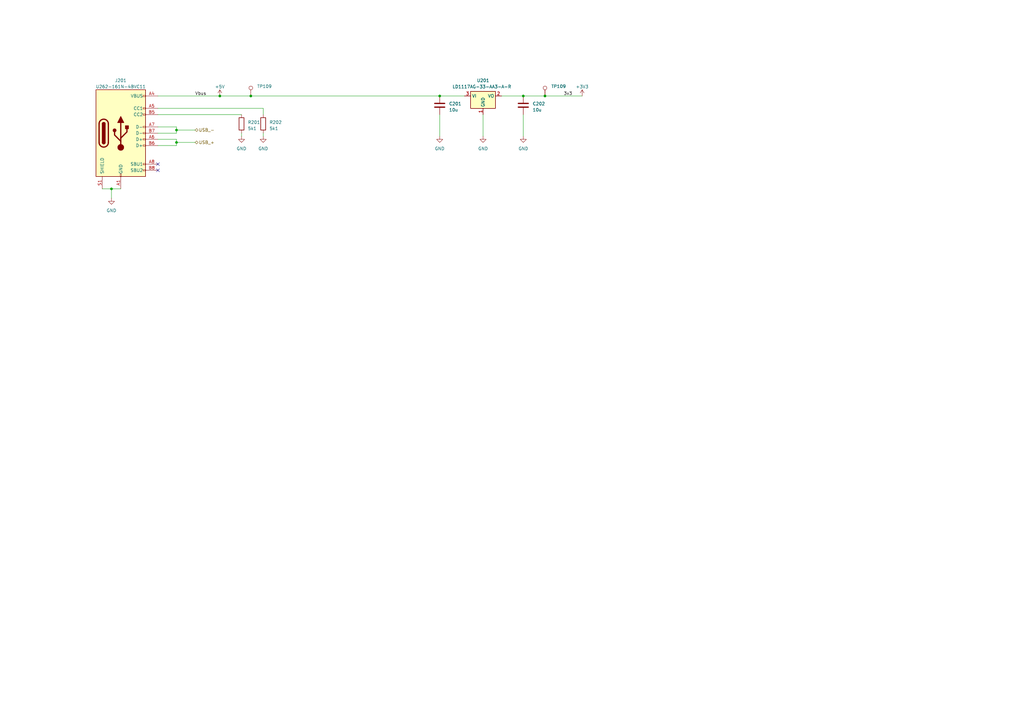
<source format=kicad_sch>
(kicad_sch (version 20230121) (generator eeschema)
  (paper "A3")
  (title_block (title "Tanuki-Ext") (date "2023-04-18") (rev "R01") (company "Seth"))
  (lib_symbols
    (symbol "Connector:TestPoint" (pin_numbers hide) (pin_names (offset 0.762) hide)
      (property "Reference" "TP" (at 0 6.858 0))
      (property "Value" "TestPoint" (at 0 5.08 0))
      (symbol "TestPoint_0_1"
        (circle (center 0 3.302) (radius 0.762))
      )
      (symbol "TestPoint_1_1"
        (pin passive line (at 0 0 90) (length 2.54) (name "1") (number "1"))
      )
    )
    (symbol "Connector:USB_C_Receptacle_USB2.0" (pin_names (offset 1.016))
      (property "Reference" "J" (at -10.16 19.05 0))
      (property "Value" "USB_C_Receptacle_USB2.0" (at 19.05 19.05 0))
      (symbol "USB_C_Receptacle_USB2.0_0_0"
        (rectangle (start -0.254 -17.78) (end 0.254 -16.764))
        (rectangle (start 10.16 -14.986) (end 9.144 -15.494))
        (rectangle (start 10.16 -12.446) (end 9.144 -12.954))
        (rectangle (start 10.16 -4.826) (end 9.144 -5.334))
        (rectangle (start 10.16 -2.286) (end 9.144 -2.794))
        (rectangle (start 10.16 0.254) (end 9.144 -0.254))
        (rectangle (start 10.16 2.794) (end 9.144 2.286))
        (rectangle (start 10.16 7.874) (end 9.144 7.366))
        (rectangle (start 10.16 10.414) (end 9.144 9.906))
        (rectangle (start 10.16 15.494) (end 9.144 14.986))
      )
      (symbol "USB_C_Receptacle_USB2.0_0_1"
        (rectangle (start -10.16 17.78) (end 10.16 -17.78) (stroke (width 0.254)) (fill (type background)))
        (arc (start -8.89 -3.81) (mid -6.985 -5.7067) (end -5.08 -3.81) (stroke (width 0.508)))
        (arc (start -7.62 -3.81) (mid -6.985 -4.4423) (end -6.35 -3.81) (stroke (width 0.254)))
        (arc (start -7.62 -3.81) (mid -6.985 -4.4423) (end -6.35 -3.81) (stroke (width 0.254)) (fill (type outline)))
        (rectangle (start -7.62 -3.81) (end -6.35 3.81) (stroke (width 0.254)) (fill (type outline)))
        (arc (start -6.35 3.81) (mid -6.985 4.4423) (end -7.62 3.81) (stroke (width 0.254)))
        (arc (start -6.35 3.81) (mid -6.985 4.4423) (end -7.62 3.81) (stroke (width 0.254)) (fill (type outline)))
        (arc (start -5.08 3.81) (mid -6.985 5.7067) (end -8.89 3.81) (stroke (width 0.508)))
        (circle (center -2.54 1.143) (radius 0.635) (stroke (width 0.254)) (fill (type outline)))
        (circle (center 0 -5.842) (radius 1.27) (fill (type outline)))
        (polyline (pts (xy -8.89 -3.81) (xy -8.89 3.81)) (stroke (width 0.508)))
        (polyline (pts (xy -5.08 3.81) (xy -5.08 -3.81)) (stroke (width 0.508)))
        (polyline (pts (xy 0 -5.842) (xy 0 4.318)) (stroke (width 0.508)))
        (polyline (pts (xy 0 -3.302) (xy -2.54 -0.762) (xy -2.54 0.508)) (stroke (width 0.508)))
        (polyline (pts (xy 0 -2.032) (xy 2.54 0.508) (xy 2.54 1.778)) (stroke (width 0.508)))
        (polyline (pts (xy -1.27 4.318) (xy 0 6.858) (xy 1.27 4.318) (xy -1.27 4.318)) (stroke (width 0.254)) (fill (type outline)))
        (rectangle (start 1.905 1.778) (end 3.175 3.048) (stroke (width 0.254)) (fill (type outline)))
      )
      (symbol "USB_C_Receptacle_USB2.0_1_1"
        (pin passive line (at 0 -22.86 90) (length 5.08) (name "GND") (number "A1"))
        (pin passive line (at 0 -22.86 90) (length 5.08) hide (name "GND") (number "A12"))
        (pin passive line (at 15.24 15.24 180) (length 5.08) (name "VBUS") (number "A4"))
        (pin bidirectional line (at 15.24 10.16 180) (length 5.08) (name "CC1") (number "A5"))
        (pin bidirectional line (at 15.24 -2.54 180) (length 5.08) (name "D+") (number "A6"))
        (pin bidirectional line (at 15.24 2.54 180) (length 5.08) (name "D-") (number "A7"))
        (pin bidirectional line (at 15.24 -12.7 180) (length 5.08) (name "SBU1") (number "A8"))
        (pin passive line (at 15.24 15.24 180) (length 5.08) hide (name "VBUS") (number "A9"))
        (pin passive line (at 0 -22.86 90) (length 5.08) hide (name "GND") (number "B1"))
        (pin passive line (at 0 -22.86 90) (length 5.08) hide (name "GND") (number "B12"))
        (pin passive line (at 15.24 15.24 180) (length 5.08) hide (name "VBUS") (number "B4"))
        (pin bidirectional line (at 15.24 7.62 180) (length 5.08) (name "CC2") (number "B5"))
        (pin bidirectional line (at 15.24 -5.08 180) (length 5.08) (name "D+") (number "B6"))
        (pin bidirectional line (at 15.24 0 180) (length 5.08) (name "D-") (number "B7"))
        (pin bidirectional line (at 15.24 -15.24 180) (length 5.08) (name "SBU2") (number "B8"))
        (pin passive line (at 15.24 15.24 180) (length 5.08) hide (name "VBUS") (number "B9"))
        (pin passive line (at -7.62 -22.86 90) (length 5.08) (name "SHIELD") (number "S1"))
      )
    )
    (symbol "Device:C" (pin_numbers hide) (pin_names (offset 0.254))
      (property "Reference" "C" (at 0.635 2.54 0))
      (property "Value" "C" (at 0.635 -2.54 0))
      (symbol "C_0_1"
        (polyline (pts (xy -2.032 -0.762) (xy 2.032 -0.762)) (stroke (width 0.508)))
        (polyline (pts (xy -2.032 0.762) (xy 2.032 0.762)) (stroke (width 0.508)))
      )
      (symbol "C_1_1"
        (pin passive line (at 0 3.81 270) (length 2.794) (name "~") (number "1"))
        (pin passive line (at 0 -3.81 90) (length 2.794) (name "~") (number "2"))
      )
    )
    (symbol "Device:R" (pin_numbers hide) (pin_names (offset 0))
      (property "Reference" "R" (at 2.032 0 90))
      (property "Value" "R" (at 0 0 90))
      (symbol "R_0_1"
        (rectangle (start -1.016 -2.54) (end 1.016 2.54) (stroke (width 0.254)))
      )
      (symbol "R_1_1"
        (pin passive line (at 0 3.81 270) (length 1.27) (name "~") (number "1"))
        (pin passive line (at 0 -3.81 90) (length 1.27) (name "~") (number "2"))
      )
    )
    (symbol "Regulator_Linear:NCP1117-3.3_SOT223"
      (property "Reference" "U" (at -3.81 3.175 0))
      (property "Value" "NCP1117-3.3_SOT223" (at 0 3.175 0))
      (symbol "NCP1117-3.3_SOT223_0_1"
        (rectangle (start -5.08 -5.08) (end 5.08 1.905) (stroke (width 0.254)) (fill (type background)))
      )
      (symbol "NCP1117-3.3_SOT223_1_1"
        (pin power_in line (at 0 -7.62 90) (length 2.54) (name "GND") (number "1"))
        (pin power_out line (at 7.62 0 180) (length 2.54) (name "VO") (number "2"))
        (pin power_in line (at -7.62 0 0) (length 2.54) (name "VI") (number "3"))
      )
    )
    (symbol "power:+3V3" (power) (pin_names (offset 0))
      (property "Value" "+3V3" (at 0 3.556 0))
      (symbol "+3V3_0_1"
        (polyline (pts (xy -0.762 1.27) (xy 0 2.54)))
        (polyline (pts (xy 0 0) (xy 0 2.54)))
        (polyline (pts (xy 0 2.54) (xy 0.762 1.27)))
      )
      (symbol "+3V3_1_1"
        (pin power_in line (at 0 0 90) (length 0) hide (name "+3V3") (number "1"))
      )
    )
    (symbol "power:+5V" (power) (pin_names (offset 0))
      (property "Value" "+5V" (at 0 3.556 0))
      (symbol "+5V_0_1"
        (polyline (pts (xy -0.762 1.27) (xy 0 2.54)))
        (polyline (pts (xy 0 0) (xy 0 2.54)))
        (polyline (pts (xy 0 2.54) (xy 0.762 1.27)))
      )
      (symbol "+5V_1_1"
        (pin power_in line (at 0 0 90) (length 0) hide (name "+5V") (number "1"))
      )
    )
    (symbol "power:GND" (power) (pin_names (offset 0))
      (property "Value" "GND" (at 0 -3.81 0))
      (symbol "GND_0_1"
        (polyline (pts (xy 0 0) (xy 0 -1.27) (xy 1.27 -1.27) (xy 0 -2.54) (xy -1.27 -1.27) (xy 0 -1.27)))
      )
      (symbol "GND_1_1"
        (pin power_in line (at 0 0 270) (length 0) hide (name "GND") (number "1"))
      )
    )
  )
  (junction (at 180.34 39.37))
  (junction (at 90.17 39.37))
  (junction (at 72.39 53.34))
  (junction (at 223.52 39.37))
  (junction (at 214.63 39.37))
  (junction (at 102.87 39.37))
  (junction (at 72.39 58.42))
  (junction (at 45.72 77.47))
  (no_connect (at 64.77 69.85))
  (no_connect (at 64.77 67.31))
  (wire (pts (xy 107.95 54.61) (xy 107.95 55.88)))
  (wire (pts (xy 72.39 58.42) (xy 72.39 59.69)))
  (wire (pts (xy 64.77 44.45) (xy 107.95 44.45)))
  (wire (pts (xy 45.72 77.47) (xy 45.72 81.28)))
  (wire (pts (xy 180.34 46.99) (xy 180.34 55.88)))
  (wire (pts (xy 64.77 54.61) (xy 72.39 54.61)))
  (wire (pts (xy 72.39 52.07) (xy 72.39 53.34)))
  (wire (pts (xy 64.77 57.15) (xy 72.39 57.15)))
  (wire (pts (xy 72.39 53.34) (xy 72.39 54.61)))
  (wire (pts (xy 180.34 39.37) (xy 190.5 39.37)))
  (wire (pts (xy 198.12 46.99) (xy 198.12 55.88)))
  (wire (pts (xy 45.72 77.47) (xy 49.53 77.47)))
  (wire (pts (xy 205.74 39.37) (xy 214.63 39.37)))
  (wire (pts (xy 64.77 39.37) (xy 90.17 39.37)))
  (wire (pts (xy 99.06 54.61) (xy 99.06 55.88)))
  (wire (pts (xy 223.52 39.37) (xy 238.76 39.37)))
  (wire (pts (xy 107.95 44.45) (xy 107.95 46.99)))
  (wire (pts (xy 64.77 46.99) (xy 99.06 46.99)))
  (wire (pts (xy 72.39 58.42) (xy 80.01 58.42)))
  (wire (pts (xy 102.87 39.37) (xy 180.34 39.37)))
  (wire (pts (xy 64.77 59.69) (xy 72.39 59.69)))
  (wire (pts (xy 72.39 53.34) (xy 80.01 53.34)))
  (wire (pts (xy 214.63 46.99) (xy 214.63 55.88)))
  (wire (pts (xy 41.91 77.47) (xy 45.72 77.47)))
  (wire (pts (xy 72.39 57.15) (xy 72.39 58.42)))
  (wire (pts (xy 90.17 39.37) (xy 102.87 39.37)))
  (wire (pts (xy 214.63 39.37) (xy 223.52 39.37)))
  (wire (pts (xy 64.77 52.07) (xy 72.39 52.07)))
  (label "3v3" (at 231.14 39.37 0))
  (label "Vbus" (at 80.01 39.37 0))
  (hierarchical_label "USB_+" (shape bidirectional) (at 80.01 58.42 0))
  (hierarchical_label "USB_-" (shape bidirectional) (at 80.01 53.34 0))
  (symbol (lib_id "power:GND") (at 214.63 55.88 0) (unit 1)
    (property "Reference" "#PWR0207" (effects hide))
    (property "Value" "GND" (at 214.63 60.96 0))
  )
  (symbol (lib_id "Device:C") (at 180.34 43.18 0) (unit 1)
    (property "Reference" "C201" (at 184.15 42.545 0) (effects (justify left)))
    (property "Value" "10u" (at 184.15 45.085 0) (effects (justify left)))
    (property "Footprint" "Capacitor_SMD:C_0603_1608Metric" (effects hide))
    (property "LCSC Partnr." "C326057" (effects hide))
  )
  (symbol (lib_id "Connector:TestPoint") (at 223.52 39.37 0) (unit 1) (in_bom no)
    (property "Reference" "TP109" (at 226.06 35.433 0) (effects (justify left)))
    (property "Value" "TestPoint" (effects hide))
    (property "Footprint" "TestPoint:TestPoint_Pad_D1.0mm" (effects hide))
    (instances (project "Tanuki_Ext_PCB" (path "" (reference "TP109") (unit 1)) (path "" (reference "TP202") (unit 1))))
  )
  (symbol (lib_id "Connector:TestPoint") (at 102.87 39.37 0) (unit 1) (in_bom no)
    (property "Reference" "TP109" (at 105.41 35.433 0) (effects (justify left)))
    (property "Value" "TestPoint" (effects hide))
    (property "Footprint" "TestPoint:TestPoint_Pad_D1.0mm" (effects hide))
    (instances (project "Tanuki_Ext_PCB" (path "" (reference "TP109") (unit 1)) (path "" (reference "TP201") (unit 1))))
  )
  (symbol (lib_id "Device:C") (at 214.63 43.18 0) (unit 1)
    (property "Reference" "C202" (at 218.44 42.545 0) (effects (justify left)))
    (property "Value" "10u" (at 218.44 45.085 0) (effects (justify left)))
    (property "Footprint" "Capacitor_SMD:C_0603_1608Metric" (effects hide))
    (property "LCSC Partnr." "C326057" (effects hide))
  )
  (symbol (lib_id "Connector:USB_C_Receptacle_USB2.0") (at 49.53 54.61 0) (unit 1)
    (property "Reference" "J201" (at 49.53 33.02 0))
    (property "Value" "U262-161N-4BVC11" (at 49.53 35.56 0))
    (property "Footprint" "Connector_USB:USB_C_Receptacle_XKB_U262-16XN-4BVC11" (effects hide))
    (property "Datasheet" "https://www.usb.org/sites/default/files/documents/usb_type-c.zip" (effects hide))
    (property "LCSC Partnr." "C319148" (effects hide))
  )
  (symbol (lib_id "power:GND") (at 180.34 55.88 0) (unit 1)
    (property "Reference" "#PWR0205" (effects hide))
    (property "Value" "GND" (at 180.34 60.96 0))
  )
  (symbol (lib_id "Device:R") (at 107.95 50.8 0) (unit 1)
    (property "Reference" "R202" (at 110.49 50.165 0) (effects (justify left)))
    (property "Value" "5k1" (at 110.49 52.705 0) (effects (justify left)))
    (property "Footprint" "Resistor_SMD:R_0603_1608Metric" (effects hide))
    (property "LCSC Partnr." "C105580" (effects hide))
  )
  (symbol (lib_id "power:GND") (at 45.72 81.28 0) (unit 1)
    (property "Reference" "#PWR0201" (effects hide))
    (property "Value" "GND" (at 45.72 86.36 0))
  )
  (symbol (lib_id "power:GND") (at 107.95 55.88 0) (unit 1)
    (property "Reference" "#PWR0204" (effects hide))
    (property "Value" "GND" (at 107.95 60.96 0))
  )
  (symbol (lib_id "power:GND") (at 99.06 55.88 0) (unit 1)
    (property "Reference" "#PWR0203" (effects hide))
    (property "Value" "GND" (at 99.06 60.96 0))
  )
  (symbol (lib_id "Device:R") (at 99.06 50.8 0) (unit 1)
    (property "Reference" "R201" (at 101.6 50.165 0) (effects (justify left)))
    (property "Value" "5k1" (at 101.6 52.705 0) (effects (justify left)))
    (property "Footprint" "Resistor_SMD:R_0603_1608Metric" (effects hide))
    (property "LCSC Partnr." "C105580" (effects hide))
  )
  (symbol (lib_id "power:+3V3") (at 238.76 39.37 0) (unit 1)
    (property "Reference" "#PWR0208" (effects hide))
    (property "Value" "+3V3" (at 238.76 35.56 0))
  )
  (symbol (lib_id "power:GND") (at 198.12 55.88 0) (unit 1)
    (property "Reference" "#PWR0206" (effects hide))
    (property "Value" "GND" (at 198.12 60.96 0))
  )
  (symbol (lib_id "Regulator_Linear:NCP1117-3.3_SOT223") (at 198.12 39.37 0) (unit 1)
    (property "Reference" "U201" (at 198.12 33.02 0))
    (property "Value" "LD1117AG-33-AA3-A-R " (at 198.12 35.56 0))
    (property "Footprint" "Package_TO_SOT_SMD:SOT-223-3_TabPin2" (effects hide))
    (property "Datasheet" "http://www.onsemi.com/pub_link/Collateral/NCP1117-D.PDF" (effects hide))
    (property "LCSC Partnr." "C71121" (effects hide))
  )
  (symbol (lib_id "power:+5V") (at 90.17 39.37 0) (unit 1)
    (property "Reference" "#PWR0202" (effects hide))
    (property "Value" "+5V" (at 90.17 35.56 0))
  )
)
</source>
